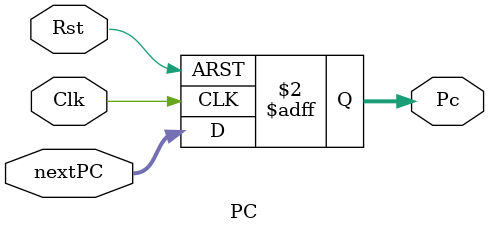
<source format=v>
`timescale 1ns / 1ps
module PC(
    input Clk,
    input Rst,
    input [31:0] nextPC,
    output reg [31:0] Pc
    );
    always @(posedge Clk or posedge Rst)
    begin
        if(Rst)
            Pc <= 32'b0;
        else
            Pc <= nextPC;
    end
endmodule

</source>
